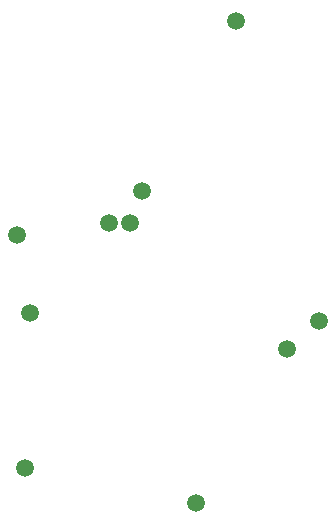
<source format=gbs>
%TF.GenerationSoftware,KiCad,Pcbnew,(5.1.10)-1*%
%TF.CreationDate,2021-06-21T12:52:34-07:00*%
%TF.ProjectId,tactileAGB,74616374-696c-4654-9147-422e6b696361,1.0*%
%TF.SameCoordinates,Original*%
%TF.FileFunction,Soldermask,Bot*%
%TF.FilePolarity,Negative*%
%FSLAX46Y46*%
G04 Gerber Fmt 4.6, Leading zero omitted, Abs format (unit mm)*
G04 Created by KiCad (PCBNEW (5.1.10)-1) date 2021-06-21 12:52:34*
%MOMM*%
%LPD*%
G01*
G04 APERTURE LIST*
%ADD10C,1.500000*%
G04 APERTURE END LIST*
D10*
%TO.C,FR2*%
X81827948Y-25555523D03*
%TD*%
%TO.C,GND3PAD1*%
X63257353Y-43685783D03*
%TD*%
%TO.C,L-SHIELDING1*%
X73880003Y-39957789D03*
%TD*%
%TO.C,TP0*%
X71056088Y-42685783D03*
%TD*%
%TO.C,TP1*%
X72840104Y-42685783D03*
%TD*%
%TO.C,TP4*%
X86156117Y-53273742D03*
%TD*%
%TO.C,TP5*%
X64390003Y-50247789D03*
%TD*%
%TO.C,TP6*%
X88805618Y-50959479D03*
%TD*%
%TO.C,TP7*%
X78455694Y-66325349D03*
%TD*%
%TO.C,VDD-15*%
X63972506Y-63385768D03*
%TD*%
M02*

</source>
